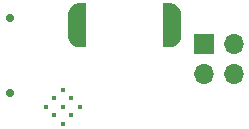
<source format=gbr>
G04 #@! TF.GenerationSoftware,KiCad,Pcbnew,6.0.0-rc1-unknown-bb2e402~84~ubuntu18.04.1*
G04 #@! TF.CreationDate,2019-10-28T15:28:56-04:00
G04 #@! TF.ProjectId,apd,6170642e-6b69-4636-9164-5f7063625858,rev?*
G04 #@! TF.SameCoordinates,Original*
G04 #@! TF.FileFunction,Soldermask,Bot*
G04 #@! TF.FilePolarity,Negative*
%FSLAX46Y46*%
G04 Gerber Fmt 4.6, Leading zero omitted, Abs format (unit mm)*
G04 Created by KiCad (PCBNEW 6.0.0-rc1-unknown-bb2e402~84~ubuntu18.04.1) date Mon 28 Oct 2019 03:28:56 PM EDT*
%MOMM*%
%LPD*%
G04 APERTURE LIST*
%ADD10O,1.700000X1.700000*%
%ADD11R,1.700000X1.700000*%
%ADD12C,1.000000*%
%ADD13C,0.100000*%
%ADD14C,0.700000*%
%ADD15C,0.700000*%
%ADD16C,0.704800*%
%ADD17C,0.400000*%
G04 APERTURE END LIST*
D10*
X209340000Y-101320000D03*
X206800000Y-101320000D03*
X209340000Y-98780000D03*
D11*
X206800000Y-98780000D03*
D12*
X203875000Y-97200000D03*
D13*
G36*
X204000061Y-95324504D02*
G01*
X204027491Y-95327854D01*
X204027513Y-95327857D01*
X204070643Y-95335077D01*
X204070664Y-95335081D01*
X204113434Y-95344171D01*
X204113455Y-95344176D01*
X204155785Y-95355126D01*
X204155806Y-95355132D01*
X204197616Y-95367912D01*
X204197637Y-95367919D01*
X204238857Y-95382519D01*
X204238877Y-95382526D01*
X204279417Y-95398906D01*
X204279437Y-95398915D01*
X204319227Y-95417045D01*
X204319247Y-95417054D01*
X204358207Y-95436904D01*
X204358226Y-95436915D01*
X204396276Y-95458445D01*
X204396295Y-95458456D01*
X204433385Y-95481626D01*
X204433403Y-95481638D01*
X204469433Y-95506408D01*
X204469451Y-95506421D01*
X204504371Y-95532731D01*
X204504388Y-95532744D01*
X204538128Y-95560554D01*
X204538145Y-95560568D01*
X204570635Y-95589828D01*
X204570650Y-95589843D01*
X204601840Y-95620493D01*
X204601856Y-95620509D01*
X204631676Y-95652479D01*
X204631690Y-95652495D01*
X204660090Y-95685745D01*
X204660104Y-95685762D01*
X204687024Y-95720222D01*
X204687037Y-95720240D01*
X204712427Y-95755840D01*
X204712439Y-95755858D01*
X204736249Y-95792528D01*
X204736261Y-95792546D01*
X204758461Y-95830216D01*
X204758472Y-95830235D01*
X204778992Y-95868845D01*
X204779001Y-95868865D01*
X204797831Y-95908325D01*
X204797840Y-95908345D01*
X204814920Y-95948595D01*
X204814928Y-95948615D01*
X204830248Y-95989575D01*
X204830256Y-95989595D01*
X204843766Y-96031175D01*
X204843772Y-96031196D01*
X204855452Y-96073336D01*
X204855457Y-96073357D01*
X204865297Y-96115957D01*
X204865302Y-96115979D01*
X204873272Y-96158969D01*
X204873275Y-96158991D01*
X204875495Y-96174931D01*
X204875500Y-96175000D01*
X204875500Y-98225000D01*
X204875495Y-98225069D01*
X204873275Y-98240999D01*
X204873272Y-98241021D01*
X204865302Y-98284011D01*
X204865297Y-98284033D01*
X204855457Y-98326643D01*
X204855452Y-98326664D01*
X204843772Y-98368794D01*
X204843766Y-98368814D01*
X204830256Y-98410404D01*
X204830248Y-98410425D01*
X204814938Y-98451375D01*
X204814930Y-98451395D01*
X204797840Y-98491645D01*
X204797831Y-98491665D01*
X204779011Y-98531135D01*
X204779001Y-98531155D01*
X204758471Y-98569755D01*
X204758461Y-98569774D01*
X204736271Y-98607454D01*
X204736259Y-98607472D01*
X204712439Y-98644142D01*
X204712427Y-98644160D01*
X204687037Y-98679760D01*
X204687024Y-98679778D01*
X204660104Y-98714228D01*
X204660090Y-98714245D01*
X204631700Y-98747495D01*
X204631686Y-98747511D01*
X204601866Y-98779491D01*
X204601850Y-98779507D01*
X204570660Y-98810157D01*
X204570644Y-98810172D01*
X204538144Y-98839422D01*
X204538128Y-98839436D01*
X204504398Y-98867256D01*
X204504381Y-98867269D01*
X204469461Y-98893579D01*
X204469443Y-98893592D01*
X204433403Y-98918362D01*
X204433385Y-98918374D01*
X204396305Y-98941544D01*
X204396286Y-98941555D01*
X204358226Y-98963085D01*
X204358207Y-98963096D01*
X204319247Y-98982946D01*
X204319227Y-98982955D01*
X204279447Y-99001085D01*
X204279427Y-99001094D01*
X204238887Y-99017474D01*
X204238867Y-99017481D01*
X204197647Y-99032081D01*
X204197626Y-99032088D01*
X204155806Y-99044868D01*
X204155785Y-99044874D01*
X204113455Y-99055824D01*
X204113434Y-99055829D01*
X204070664Y-99064919D01*
X204070643Y-99064923D01*
X204027523Y-99072143D01*
X204027501Y-99072146D01*
X204000061Y-99075496D01*
X204000000Y-99075500D01*
X203325000Y-99075500D01*
X203324902Y-99075490D01*
X203324809Y-99075462D01*
X203324722Y-99075416D01*
X203324646Y-99075354D01*
X203324584Y-99075278D01*
X203324538Y-99075191D01*
X203324510Y-99075098D01*
X203324500Y-99075000D01*
X203324500Y-95325000D01*
X203324510Y-95324902D01*
X203324538Y-95324809D01*
X203324584Y-95324722D01*
X203324646Y-95324646D01*
X203324722Y-95324584D01*
X203324809Y-95324538D01*
X203324902Y-95324510D01*
X203325000Y-95324500D01*
X204000000Y-95324500D01*
X204000061Y-95324504D01*
X204000061Y-95324504D01*
G37*
D12*
X196325000Y-97200000D03*
D13*
G36*
X196875098Y-95324510D02*
G01*
X196875191Y-95324538D01*
X196875278Y-95324584D01*
X196875354Y-95324646D01*
X196875416Y-95324722D01*
X196875462Y-95324809D01*
X196875490Y-95324902D01*
X196875500Y-95325000D01*
X196875500Y-99075000D01*
X196875490Y-99075098D01*
X196875462Y-99075191D01*
X196875416Y-99075278D01*
X196875354Y-99075354D01*
X196875278Y-99075416D01*
X196875191Y-99075462D01*
X196875098Y-99075490D01*
X196875000Y-99075500D01*
X196200000Y-99075500D01*
X196199939Y-99075496D01*
X196172509Y-99072146D01*
X196172487Y-99072143D01*
X196129357Y-99064923D01*
X196129336Y-99064919D01*
X196086566Y-99055829D01*
X196086545Y-99055824D01*
X196044215Y-99044874D01*
X196044194Y-99044868D01*
X196002384Y-99032088D01*
X196002363Y-99032081D01*
X195961143Y-99017481D01*
X195961123Y-99017474D01*
X195920583Y-99001094D01*
X195920563Y-99001085D01*
X195880773Y-98982955D01*
X195880753Y-98982946D01*
X195841793Y-98963096D01*
X195841774Y-98963085D01*
X195803724Y-98941555D01*
X195803705Y-98941544D01*
X195766615Y-98918374D01*
X195766597Y-98918362D01*
X195730567Y-98893592D01*
X195730549Y-98893579D01*
X195695629Y-98867269D01*
X195695612Y-98867256D01*
X195661872Y-98839446D01*
X195661855Y-98839432D01*
X195629365Y-98810172D01*
X195629350Y-98810157D01*
X195598160Y-98779507D01*
X195598144Y-98779491D01*
X195568324Y-98747521D01*
X195568310Y-98747505D01*
X195539910Y-98714255D01*
X195539896Y-98714238D01*
X195512976Y-98679778D01*
X195512963Y-98679760D01*
X195487573Y-98644160D01*
X195487561Y-98644142D01*
X195463751Y-98607472D01*
X195463739Y-98607454D01*
X195441539Y-98569784D01*
X195441528Y-98569765D01*
X195421008Y-98531155D01*
X195420999Y-98531135D01*
X195402169Y-98491675D01*
X195402160Y-98491655D01*
X195385080Y-98451405D01*
X195385072Y-98451385D01*
X195369752Y-98410425D01*
X195369744Y-98410405D01*
X195356234Y-98368825D01*
X195356228Y-98368804D01*
X195344548Y-98326664D01*
X195344543Y-98326643D01*
X195334703Y-98284043D01*
X195334698Y-98284021D01*
X195326728Y-98241031D01*
X195326725Y-98241009D01*
X195324505Y-98225069D01*
X195324500Y-98225000D01*
X195324500Y-96175000D01*
X195324505Y-96174931D01*
X195326725Y-96159001D01*
X195326728Y-96158979D01*
X195334698Y-96115989D01*
X195334703Y-96115967D01*
X195344543Y-96073357D01*
X195344548Y-96073336D01*
X195356228Y-96031206D01*
X195356234Y-96031186D01*
X195369744Y-95989596D01*
X195369752Y-95989575D01*
X195385062Y-95948625D01*
X195385070Y-95948605D01*
X195402160Y-95908355D01*
X195402169Y-95908335D01*
X195420989Y-95868865D01*
X195420999Y-95868845D01*
X195441529Y-95830245D01*
X195441539Y-95830226D01*
X195463729Y-95792546D01*
X195463741Y-95792528D01*
X195487561Y-95755858D01*
X195487573Y-95755840D01*
X195512963Y-95720240D01*
X195512976Y-95720222D01*
X195539896Y-95685772D01*
X195539910Y-95685755D01*
X195568300Y-95652505D01*
X195568314Y-95652489D01*
X195598134Y-95620509D01*
X195598150Y-95620493D01*
X195629340Y-95589843D01*
X195629356Y-95589828D01*
X195661856Y-95560578D01*
X195661872Y-95560564D01*
X195695602Y-95532744D01*
X195695619Y-95532731D01*
X195730539Y-95506421D01*
X195730557Y-95506408D01*
X195766597Y-95481638D01*
X195766615Y-95481626D01*
X195803695Y-95458456D01*
X195803714Y-95458445D01*
X195841774Y-95436915D01*
X195841793Y-95436904D01*
X195880753Y-95417054D01*
X195880773Y-95417045D01*
X195920553Y-95398915D01*
X195920573Y-95398906D01*
X195961113Y-95382526D01*
X195961133Y-95382519D01*
X196002353Y-95367919D01*
X196002374Y-95367912D01*
X196044194Y-95355132D01*
X196044215Y-95355126D01*
X196086545Y-95344176D01*
X196086566Y-95344171D01*
X196129336Y-95335081D01*
X196129357Y-95335077D01*
X196172477Y-95327857D01*
X196172499Y-95327854D01*
X196199939Y-95324504D01*
X196200000Y-95324500D01*
X196875000Y-95324500D01*
X196875098Y-95324510D01*
X196875098Y-95324510D01*
G37*
D14*
X196105000Y-98300000D03*
D15*
X196352487Y-98547487D02*
X195857513Y-98052513D01*
D14*
X204095000Y-96100000D03*
D15*
X204342487Y-96347487D02*
X203847513Y-95852513D01*
D14*
X196105000Y-96100000D03*
D15*
X195857513Y-96347487D02*
X196352487Y-95852513D01*
D14*
X204095000Y-98300000D03*
D15*
X204342487Y-98052513D02*
X203847513Y-98547487D01*
D16*
X190410000Y-96595000D03*
X190410000Y-102945000D03*
D17*
X194873134Y-102692474D03*
X195580241Y-103399581D03*
X196287348Y-104106687D03*
X194166028Y-103399581D03*
X194873134Y-104106687D03*
X195580241Y-104813794D03*
X193458921Y-104106687D03*
X194166028Y-104813794D03*
X194873134Y-105520901D03*
M02*

</source>
